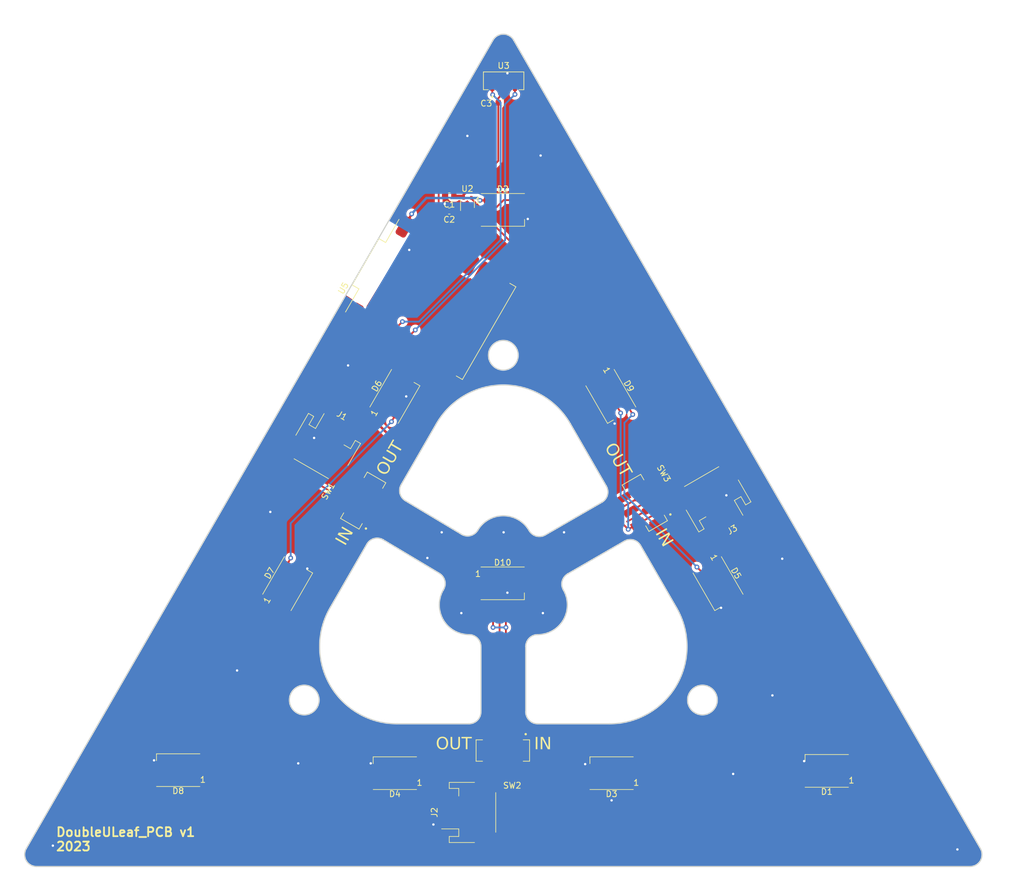
<source format=kicad_pcb>
(kicad_pcb (version 20221018) (generator pcbnew)
  (layers (0 "F.Cu" signal) (31 "B.Cu" signal) (34 "B.Paste" user) (35 "F.Paste" user) (36 "B.SilkS" user "B.Silkscreen") (37 "F.SilkS" user "F.Silkscreen") (38 "B.Mask" user) (39 "F.Mask" user) (44 "Edge.Cuts" user))
  (net 0 "")
  (net 1 "GND")
  (net 2 "DIN")
  (net 3 "+5V")
  (net 4 "Net-(D1-DOUT)")
  (net 5 "Net-(D2-DOUT)")
  (net 6 "DOUT")
  (net 7 "Net-(D5-DOUT)")
  (net 8 "Net-(D6-DOUT)")
  (net 9 "+3V3")
  (net 10 "ESP_DOUT")
  (net 11 "SDA")
  (net 12 "SCL")
  (net 13 "Net-(D7-DOUT)")
  (net 14 "Net-(D10-DIN)")
  (net 25 "Net-(D1-DIN)")
  (net 26 "Net-(D3-DIN)")
  (net 27 "Net-(D4-DIN)")
  (net 28 "Net-(J1-Pin_3)")
  (net 29 "Net-(J2-Pin_3)")
  (net 30 "Net-(J3-Pin_3)")
  (footprint "Connector_JST:JST_PH_S3B-PH-SM4-TB_1x03-1MP_P2.00mm_Horizontal" (layer "F.Cu") (at 114.681 89.281 -30)
    (fp_text reference "J1" (at 0 -5.8 150) (layer "F.SilkS"))
    (fp_text value "JST PH S3B PH SM4 TB")
    (pad "1" smd roundrect (at -2 -2.85 330) (size 1 3.5) (layers "F.Cu" "F.Paste" "F.Mask") (net 1 "GND"))
    (pad "2" smd roundrect (at 0 -2.85 330) (size 1 3.5) (layers "F.Cu" "F.Paste" "F.Mask") (net 3 "+5V"))
    (pad "3" smd roundrect (at 2 -2.85 330) (size 1 3.5) (layers "F.Cu" "F.Paste" "F.Mask") (net 28 "Net-(J1-Pin_3)"))
    (pad "MP" smd roundrect (at -4.35 2.9 330) (size 1.5 3.4) (layers "F.Cu" "F.Paste" "F.Mask") (roundrect_rratio 0.1666673333) (net 1 "GND"))
    (pad "MP" smd roundrect (at 4.35 2.9 330) (size 1.5 3.4) (layers "F.Cu" "F.Paste" "F.Mask") (roundrect_rratio 0.1666673333) (net 1 "GND"))
  )
  (footprint "LED_SMD:LED_WS2812B_PLCC4_5.0x5.0mm_P3.2mm" (layer "F.Cu") (at 90.043 143.891 180)
    (fp_text reference "D8" (at 0 -3.5 180) (layer "F.SilkS"))
    (fp_text value "WS2812B")
    (fp_text user "1" (at -4.15 -1.6 180) (layer "F.SilkS"))
    (pad "1" smd rect (at -2.45 -1.6 180) (size 1.5 1) (layers "F.Cu" "F.Paste" "F.Mask") (net 3 "+5V"))
    (pad "2" smd rect (at -2.45 1.6 180) (size 1.5 1) (layers "F.Cu" "F.Paste" "F.Mask") (net 27 "Net-(D4-DIN)"))
    (pad "3" smd rect (at 2.45 1.6 180) (size 1.5 1) (layers "F.Cu" "F.Paste" "F.Mask") (net 1 "GND"))
    (pad "4" smd rect (at 2.45 -1.6 180) (size 1.5 1) (layers "F.Cu" "F.Paste" "F.Mask") (net 13 "Net-(D7-DOUT)"))
  )
  (footprint "LED_SMD:LED_WS2812B_PLCC4_5.0x5.0mm_P3.2mm" (layer "F.Cu") (at 144.616 112.471)
    (fp_text reference "D10" (at 0 -3.5) (layer "F.SilkS"))
    (fp_text value "WS2812B")
    (fp_text user "1" (at -4.15 -1.6) (layer "F.SilkS"))
    (pad "1" smd rect (at -2.45 -1.6) (size 1.5 1) (layers "F.Cu" "F.Paste" "F.Mask") (net 3 "+5V"))
    (pad "2" smd rect (at -2.45 1.6) (size 1.5 1) (layers "F.Cu" "F.Paste" "F.Mask") (net 6 "DOUT"))
    (pad "3" smd rect (at 2.45 1.6) (size 1.5 1) (layers "F.Cu" "F.Paste" "F.Mask") (net 1 "GND"))
    (pad "4" smd rect (at 2.45 -1.6) (size 1.5 1) (layers "F.Cu" "F.Paste" "F.Mask") (net 14 "Net-(D10-DIN)"))
  )
  (footprint "Sensor:XDCR_VEML7700-TT" (layer "F.Cu") (at 144.78 27.94 90)
    (fp_text reference "U3" (at 2.54 0 180) (layer "F.SilkS"))
    (fp_text value "VEML7700-TT")
    (pad "1" smd rect (at -0.9 -1.905 90) (size 1.6 0.7) (layers "F.Cu" "F.Paste" "F.Mask") (net 11 "SDA"))
    (pad "2" smd rect (at -0.9 -0.635 90) (size 1.6 0.7) (layers "F.Cu" "F.Paste" "F.Mask") (net 9 "+3V3"))
    (pad "3" smd rect (at -0.9 0.635 90) (size 1.6 0.7) (layers "F.Cu" "F.Paste" "F.Mask") (net 1 "GND"))
    (pad "4" smd rect (at -0.9 1.905 90) (size 1.6 0.7) (layers "F.Cu" "F.Paste" "F.Mask") (net 12 "SCL"))
  )
  (footprint "Connector_JST:JST_PH_S3B-PH-SM4-TB_1x03-1MP_P2.00mm_Horizontal" (layer "F.Cu") (at 180.34 98.425 -150)
    (fp_text reference "J3" (at 0 -5.8 30) (layer "F.SilkS"))
    (fp_text value "JST PH S3B PH SM4 TB")
    (pad "1" smd roundrect (at -2 -2.85 210) (size 1 3.5) (layers "F.Cu" "F.Paste" "F.Mask") (net 1 "GND"))
    (pad "2" smd roundrect (at 0 -2.85 210) (size 1 3.5) (layers "F.Cu" "F.Paste" "F.Mask") (net 3 "+5V"))
    (pad "3" smd roundrect (at 2 -2.85 210) (size 1 3.5) (layers "F.Cu" "F.Paste" "F.Mask") (net 30 "Net-(J3-Pin_3)"))
    (pad "MP" smd roundrect (at -4.35 2.9 210) (size 1.5 3.4) (layers "F.Cu" "F.Paste" "F.Mask") (roundrect_rratio 0.1666673333) (net 1 "GND"))
    (pad "MP" smd roundrect (at 4.35 2.9 210) (size 1.5 3.4) (layers "F.Cu" "F.Paste" "F.Mask") (roundrect_rratio 0.1666673333) (net 1 "GND"))
  )
  (footprint "Capacitor_SMD:C_0603_1608Metric" (layer "F.Cu") (at 144.653 31.623)
    (fp_text reference "C3" (at -2.794 0.127) (layer "F.SilkS"))
    (fp_text value "100nF")
    (pad "1" smd roundrect (at -0.775 0) (size 0.9 0.95) (layers "F.Cu" "F.Paste" "F.Mask") (net 9 "+3V3"))
    (pad "2" smd roundrect (at 0.775 0) (size 0.9 0.95) (layers "F.Cu" "F.Paste" "F.Mask") (net 1 "GND"))
  )
  (footprint "Capacitor_SMD:C_0603_1608Metric" (layer "F.Cu") (at 135.636 49.85 180)
    (fp_text reference "C2" (at 0 -1.43 180) (layer "F.SilkS"))
    (fp_text value "100nF")
    (pad "1" smd roundrect (at -0.775 0 180) (size 0.9 0.95) (layers "F.Cu" "F.Paste" "F.Mask") (net 9 "+3V3"))
    (pad "2" smd roundrect (at 0.775 0 180) (size 0.9 0.95) (layers "F.Cu" "F.Paste" "F.Mask") (net 1 "GND"))
  )
  (footprint "LED_SMD:LED_WS2812B_PLCC4_5.0x5.0mm_P3.2mm" (layer "F.Cu") (at 180.848 112.522 -60)
    (fp_text reference "D5" (at 0 -3.5 -60) (layer "F.SilkS"))
    (fp_text value "WS2812B")
    (fp_text user "1" (at -4.15 -1.6 -60) (layer "F.SilkS"))
    (pad "1" smd rect (at -2.45 -1.6 300) (size 1.5 1) (layers "F.Cu" "F.Paste" "F.Mask") (net 3 "+5V"))
    (pad "2" smd rect (at -2.45 1.6 300) (size 1.5 1) (layers "F.Cu" "F.Paste" "F.Mask") (net 7 "Net-(D5-DOUT)"))
    (pad "3" smd rect (at 2.45 1.6 300) (size 1.5 1) (layers "F.Cu" "F.Paste" "F.Mask") (net 1 "GND"))
    (pad "4" smd rect (at 2.45 -1.6 300) (size 1.5 1) (layers "F.Cu" "F.Paste" "F.Mask") (net 4 "Net-(D1-DOUT)"))
  )
  (footprint "LED_SMD:LED_WS2812B_PLCC4_5.0x5.0mm_P3.2mm" (layer "F.Cu") (at 162.814 81.026 -60)
    (fp_text reference "D9" (at 0 -3.5 -60) (layer "F.SilkS"))
    (fp_text value "WS2812B")
    (fp_text user "1" (at -4.15 -1.6 -60) (layer "F.SilkS"))
    (pad "1" smd rect (at -2.45 -1.6 300) (size 1.5 1) (layers "F.Cu" "F.Paste" "F.Mask") (net 3 "+5V"))
    (pad "2" smd rect (at -2.45 1.6 300) (size 1.5 1) (layers "F.Cu" "F.Paste" "F.Mask") (net 14 "Net-(D10-DIN)"))
    (pad "3" smd rect (at 2.45 1.6 300) (size 1.5 1) (layers "F.Cu" "F.Paste" "F.Mask") (net 1 "GND"))
    (pad "4" smd rect (at 2.45 -1.6 300) (size 1.5 1) (layers "F.Cu" "F.Paste" "F.Mask") (net 7 "Net-(D5-DOUT)"))
  )
  (footprint "LED_SMD:LED_WS2812B_PLCC4_5.0x5.0mm_P3.2mm" (layer "F.Cu") (at 108.458 112.522 60)
    (fp_text reference "D7" (at 0 -3.5 60) (layer "F.SilkS"))
    (fp_text value "WS2812B")
    (fp_text user "1" (at -4.15 -1.6 60) (layer "F.SilkS"))
    (pad "1" smd rect (at -2.45 -1.6 60) (size 1.5 1) (layers "F.Cu" "F.Paste" "F.Mask") (net 3 "+5V"))
    (pad "2" smd rect (at -2.45 1.6 60) (size 1.5 1) (layers "F.Cu" "F.Paste" "F.Mask") (net 13 "Net-(D7-DOUT)"))
    (pad "3" smd rect (at 2.45 1.6 60) (size 1.5 1) (layers "F.Cu" "F.Paste" "F.Mask") (net 1 "GND"))
    (pad "4" smd rect (at 2.45 -1.6 60) (size 1.5 1) (layers "F.Cu" "F.Paste" "F.Mask") (net 8 "Net-(D6-DOUT)"))
  )
  (footprint "LED_SMD:LED_WS2812B_PLCC4_5.0x5.0mm_P3.2mm" (layer "F.Cu") (at 126.492 81.026 60)
    (fp_text reference "D6" (at 0 -3.5 60) (layer "F.SilkS"))
    (fp_text value "WS2812B")
    (fp_text user "1" (at -4.15 -1.6 60) (layer "F.SilkS"))
    (pad "1" smd rect (at -2.45 -1.6 60) (size 1.5 1) (layers "F.Cu" "F.Paste" "F.Mask") (net 3 "+5V"))
    (pad "2" smd rect (at -2.45 1.6 60) (size 1.5 1) (layers "F.Cu" "F.Paste" "F.Mask") (net 8 "Net-(D6-DOUT)"))
    (pad "3" smd rect (at 2.45 1.6 60) (size 1.5 1) (layers "F.Cu" "F.Paste" "F.Mask") (net 1 "GND"))
    (pad "4" smd rect (at 2.45 -1.6 60) (size 1.5 1) (layers "F.Cu" "F.Paste" "F.Mask") (net 5 "Net-(D2-DOUT)"))
  )
  (footprint "LED_SMD:LED_WS2812B_PLCC4_5.0x5.0mm_P3.2mm" (layer "F.Cu") (at 199.136 144.018 180)
    (fp_text reference "D1" (at 0 -3.5 180) (layer "F.SilkS"))
    (fp_text value "WS2812B")
    (fp_text user "1" (at -4.15 -1.6 180) (layer "F.SilkS"))
    (pad "1" smd rect (at -2.45 -1.6 180) (size 1.5 1) (layers "F.Cu" "F.Paste" "F.Mask") (net 3 "+5V"))
    (pad "2" smd rect (at -2.45 1.6 180) (size 1.5 1) (layers "F.Cu" "F.Paste" "F.Mask") (net 4 "Net-(D1-DOUT)"))
    (pad "3" smd rect (at 2.45 1.6 180) (size 1.5 1) (layers "F.Cu" "F.Paste" "F.Mask") (net 1 "GND"))
    (pad "4" smd rect (at 2.45 -1.6 180) (size 1.5 1) (layers "F.Cu" "F.Paste" "F.Mask") (net 25 "Net-(D1-DIN)"))
  )
  (footprint "LED_SMD:LED_WS2812B_PLCC4_5.0x5.0mm_P3.2mm" (layer "F.Cu") (at 144.653 49.657)
    (fp_text reference "D2" (at 0 -3.5) (layer "F.SilkS"))
    (fp_text value "WS2812B")
    (fp_text user "1" (at -4.15 -1.6) (layer "F.SilkS"))
    (pad "1" smd rect (at -2.45 -1.6) (size 1.5 1) (layers "F.Cu" "F.Paste" "F.Mask") (net 3 "+5V"))
    (pad "2" smd rect (at -2.45 1.6) (size 1.5 1) (layers "F.Cu" "F.Paste" "F.Mask") (net 5 "Net-(D2-DOUT)"))
    (pad "3" smd rect (at 2.45 1.6) (size 1.5 1) (layers "F.Cu" "F.Paste" "F.Mask") (net 1 "GND"))
    (pad "4" smd rect (at 2.45 -1.6) (size 1.5 1) (layers "F.Cu" "F.Paste" "F.Mask") (net 2 "DIN"))
  )
  (footprint "Button_Switch_SMD:SW_DPDT_CK_JS202011SCQN" (layer "F.Cu") (at 144.653 140.589 180)
    (fp_text reference "SW2" (at -1.575 -5.885) (layer "F.SilkS"))
    (fp_text value "Mss22d18")
    (pad "1" smd rect (at -2.5 2.75 180) (size 1.2 2.5) (layers "F.Cu" "F.Paste" "F.Mask") (net 2 "DIN"))
    (pad "2" smd rect (at 0 2.75 180) (size 1.2 2.5) (layers "F.Cu" "F.Paste" "F.Mask") (net 29 "Net-(J2-Pin_3)"))
    (pad "3" smd rect (at 2.5 2.75 180) (size 1.2 2.5) (layers "F.Cu" "F.Paste" "F.Mask") (net 6 "DOUT"))
    (pad "4" smd rect (at -2.5 -2.75 180) (size 1.2 2.5) (layers "F.Cu" "F.Paste" "F.Mask") (net 2 "DIN"))
    (pad "5" smd rect (at 0 -2.75 180) (size 1.2 2.5) (layers "F.Cu" "F.Paste" "F.Mask") (net 29 "Net-(J2-Pin_3)"))
    (pad "6" smd rect (at 2.5 -2.75 180) (size 1.2 2.5) (layers "F.Cu" "F.Paste" "F.Mask") (net 6 "DOUT"))
  )
  (footprint "Espressif:MODULE_ESP32-C3_SUPERMINI_1" (layer "F.Cu") (at 132.515917 64.714 60)
    (fp_text reference "U5" (at -5.715 -13.6525 60) (layer "F.SilkS"))
    (fp_text value "ESP32-C3_SUPERMINI")
    (pad "0" smd roundrect (at 8.382 7.88 60) (size 3.4925 1.905) (layers "F.Cu" "F.Paste" "F.Mask"))
    (pad "1" smd roundrect (at 8.382 5.34 60) (size 3.4925 1.905) (layers "F.Cu" "F.Paste" "F.Mask"))
    (pad "2" smd roundrect (at 8.382 2.8 60) (size 3.4925 1.905) (layers "F.Cu" "F.Paste" "F.Mask") (net 10 "ESP_DOUT"))
    (pad "3" smd roundrect (at 8.382 0.26 60) (size 3.4925 1.905) (layers "F.Cu" "F.Paste" "F.Mask"))
    (pad "3.3" smd roundrect (at 8.382 -4.82 60) (size 3.4925 1.905) (layers "F.Cu" "F.Paste" "F.Mask") (net 9 "+3V3"))
    (pad "4" smd roundrect (at 8.382 -2.28 60) (size 3.4925 1.905) (layers "F.Cu" "F.Paste" "F.Mask"))
    (pad "5" smd roundrect (at -8.41375 -9.9 60) (size 3.4925 1.905) (layers "F.Cu" "F.Paste" "F.Mask"))
    (pad "5V" smd roundrect (at 8.382 -9.9 60) (size 3.4925 1.905) (layers "F.Cu" "F.Paste" "F.Mask") (net 3 "+5V"))
    (pad "6" smd roundrect (at -8.382 -7.36 60) (size 3.4925 1.905) (layers "F.Cu" "F.Paste" "F.Mask"))
    (pad "7" smd roundrect (at -8.382 -4.82 60) (size 3.4925 1.905) (layers "F.Cu" "F.Paste" "F.Mask"))
    (pad "8" smd roundrect (at -8.382 -2.28 60) (size 3.4925 1.905) (layers "F.Cu" "F.Paste" "F.Mask") (net 11 "SDA"))
    (pad "9" smd roundrect (at -8.382 0.26 60) (size 3.4925 1.905) (layers "F.Cu" "F.Paste" "F.Mask") (net 12 "SCL"))
    (pad "10" smd roundrect (at -8.382 2.8 60) (size 3.4925 1.905) (layers "F.Cu" "F.Paste" "F.Mask"))
    (pad "20" smd roundrect (at -8.382 5.34 60) (size 3.4925 1.905) (layers "F.Cu" "F.Paste" "F.Mask"))
    (pad "21" smd roundrect (at -8.382 7.88 60) (size 3.4925 1.905) (layers "F.Cu" "F.Paste" "F.Mask"))
    (pad "G" smd roundrect (at 8.382 -7.36 60) (size 3.4925 1.905) (layers "F.Cu" "F.Paste" "F.Mask") (net 1 "GND"))
  )
  (footprint "Button_Switch_SMD:SW_DPDT_CK_JS202011SCQN" (layer "F.Cu") (at 121.158 98.552 60)
    (fp_text reference "SW1" (at -1.575 -5.885 60) (layer "F.SilkS"))
    (fp_text value "Mss22d18")
    (pad "1" smd rect (at -2.5 2.75 60) (size 1.2 2.5) (layers "F.Cu" "F.Paste" "F.Mask") (net 2 "DIN"))
    (pad "2" smd rect (at 0 2.75 60) (size 1.2 2.5) (layers "F.Cu" "F.Paste" "F.Mask") (net 28 "Net-(J1-Pin_3)"))
    (pad "3" smd rect (at 2.5 2.75 60) (size 1.2 2.5) (layers "F.Cu" "F.Paste" "F.Mask") (net 6 "DOUT"))
    (pad "4" smd rect (at -2.5 -2.75 60) (size 1.2 2.5) (layers "F.Cu" "F.Paste" "F.Mask") (net 2 "DIN"))
    (pad "5" smd rect (at 0 -2.75 60) (size 1.2 2.5) (layers "F.Cu" "F.Paste" "F.Mask") (net 28 "Net-(J1-Pin_3)"))
    (pad "6" smd rect (at 2.5 -2.75 60) (size 1.2 2.5) (layers "F.Cu" "F.Paste" "F.Mask") (net 6 "DOUT"))
  )
  (footprint "Package_TO_SOT_SMD:SOT-353_SC-70-5" (layer "F.Cu") (at 138.699 48.58 90)
    (fp_text reference "U2" (at 2.479 -0.015) (layer "F.SilkS"))
    (fp_text value "SN74AUP1T34DCK")
    (pad "1" smd rect (at -0.95 -0.65 90) (size 0.65 0.4) (layers "F.Cu" "F.Paste" "F.Mask") (net 9 "+3V3"))
    (pad "2" smd rect (at -0.95 0 90) (size 0.65 0.4) (layers "F.Cu" "F.Paste" "F.Mask") (net 10 "ESP_DOUT"))
    (pad "3" smd rect (at -0.95 0.65 90) (size 0.65 0.4) (layers "F.Cu" "F.Paste" "F.Mask") (net 1 "GND"))
    (pad "4" smd rect (at 0.95 0.65 90) (size 0.65 0.4) (layers "F.Cu" "F.Paste" "F.Mask") (net 2 "DIN"))
    (pad "5" smd rect (at 0.95 -0.65 90) (size 0.65 0.4) (layers "F.Cu" "F.Paste" "F.Mask") (net 3 "+5V"))
  )
  (footprint "Connector_JST:JST_PH_S3B-PH-SM4-TB_1x03-1MP_P2.00mm_Horizontal" (layer "F.Cu") (at 138.946 151.003 90)
    (fp_text reference "J2" (at 0 -5.8 90) (layer "F.SilkS"))
    (fp_text value "JST PH S3B PH SM4 TB")
    (pad "1" smd roundrect (at -2 -2.85 90) (size 1 3.5) (layers "F.Cu" "F.Paste" "F.Mask") (net 1 "GND"))
    (pad "2" smd roundrect (at 0 -2.85 90) (size 1 3.5) (layers "F.Cu" "F.Paste" "F.Mask") (net 3 "+5V"))
    (pad "3" smd roundrect (at 2 -2.85 90) (size 1 3.5) (layers "F.Cu" "F.Paste" "F.Mask") (net 29 "Net-(J2-Pin_3)"))
    (pad "MP" smd roundrect (at -4.35 2.9 90) (size 1.5 3.4) (layers "F.Cu" "F.Paste" "F.Mask") (roundrect_rratio 0.1666673333) (net 1 "GND"))
    (pad "MP" smd roundrect (at 4.35 2.9 90) (size 1.5 3.4) (layers "F.Cu" "F.Paste" "F.Mask") (roundrect_rratio 0.1666673333) (net 1 "GND"))
  )
  (footprint "LED_SMD:LED_WS2812B_PLCC4_5.0x5.0mm_P3.2mm" (layer "F.Cu") (at 126.492 144.399 180)
    (fp_text reference "D4" (at 0 -3.5 180) (layer "F.SilkS"))
    (fp_text value "WS2812B")
    (fp_text user "1" (at -4.15 -1.6 180) (layer "F.SilkS"))
    (pad "1" smd rect (at -2.45 -1.6 180) (size 1.5 1) (layers "F.Cu" "F.Paste" "F.Mask") (net 3 "+5V"))
    (pad "2" smd rect (at -2.45 1.6 180) (size 1.5 1) (layers "F.Cu" "F.Paste" "F.Mask") (net 26 "Net-(D3-DIN)"))
    (pad "3" smd rect (at 2.45 1.6 180) (size 1.5 1) (layers "F.Cu" "F.Paste" "F.Mask") (net 1 "GND"))
    (pad "4" smd rect (at 2.45 -1.6 180) (size 1.5 1) (layers "F.Cu" "F.Paste" "F.Mask") (net 27 "Net-(D4-DIN)"))
  )
  (footprint "Button_Switch_SMD:SW_DPDT_CK_JS202011SCQN" (layer "F.Cu") (at 168.529 98.933 120)
    (fp_text reference "SW3" (at 2.701924 5.226131 120) (layer "F.SilkS"))
    (fp_text value "Mss22d18")
    (pad "1" smd rect (at -2.5 2.75 120) (size 1.2 2.5) (layers "F.Cu" "F.Paste" "F.Mask") (net 2 "DIN"))
    (pad "2" smd rect (at 0 2.75 120) (size 1.2 2.5) (layers "F.Cu" "F.Paste" "F.Mask") (net 30 "Net-(J3-Pin_3)"))
    (pad "3" smd rect (at 2.5 2.75 120) (size 1.2 2.5) (layers "F.Cu" "F.Paste" "F.Mask") (net 6 "DOUT"))
    (pad "4" smd rect (at -2.5 -2.75 120) (size 1.2 2.5) (layers "F.Cu" "F.Paste" "F.Mask") (net 2 "DIN"))
    (pad "5" smd rect (at 0 -2.75 120) (size 1.2 2.5) (layers "F.Cu" "F.Paste" "F.Mask") (net 30 "Net-(J3-Pin_3)"))
    (pad "6" smd rect (at 2.5 -2.75 120) (size 1.2 2.5) (layers "F.Cu" "F.Paste" "F.Mask") (net 6 "DOUT"))
  )
  (footprint "Capacitor_SMD:C_0603_1608Metric" (layer "F.Cu") (at 135.636 47.31 180)
    (fp_text reference "C1" (at 0 -1.43 180) (layer "F.SilkS"))
    (fp_text value "100nF")
    (pad "1" smd roundrect (at -0.775 0 180) (size 0.9 0.95) (layers "F.Cu" "F.Paste" "F.Mask") (net 3 "+5V"))
    (pad "2" smd roundrect (at 0.775 0 180) (size 0.9 0.95) (layers "F.Cu" "F.Paste" "F.Mask") (net 1 "GND"))
  )
  (footprint "LED_SMD:LED_WS2812B_PLCC4_5.0x5.0mm_P3.2mm" (layer "F.Cu") (at 162.941 144.399 180)
    (fp_text reference "D3" (at 0 -3.5 180) (layer "F.SilkS"))
    (fp_text value "WS2812B")
    (fp_text user "1" (at -4.15 -1.6 180) (layer "F.SilkS"))
    (pad "1" smd rect (at -2.45 -1.6 180) (size 1.5 1) (layers "F.Cu" "F.Paste" "F.Mask") (net 3 "+5V"))
    (pad "2" smd rect (at -2.45 1.6 180) (size 1.5 1) (layers "F.Cu" "F.Paste" "F.Mask") (net 25 "Net-(D1-DIN)"))
    (pad "3" smd rect (at 2.45 1.6 180) (size 1.5 1) (layers "F.Cu" "F.Paste" "F.Mask") (net 1 "GND"))
    (pad "4" smd rect (at 2.45 -1.6 180) (size 1.5 1) (layers "F.Cu" "F.Paste" "F.Mask") (net 26 "Net-(D3-DIN)"))
  )
  (gr_arc (start 138.962736 121.094358) (mid 140.37695 121.680144) (end 140.962736 123.094358) (stroke (width 0.2)) (layer "Edge.Cuts"))
  (gr_line (start 148.501738 123.094358) (end 148.501738 134.094358) (stroke (width 0.2)) (layer "Edge.Cuts"))
  (gr_arc (start 154.831865 113.594358) (mid 154.831865 118.594358) (end 150.501738 121.094358) (stroke (width 0.2)) (layer "Edge.Cuts"))
  (gr_line (start 162.052745 96.101289) (end 155.990567 85.601289) (stroke (width 0.2)) (layer "Edge.Cuts"))
  (gr_line (start 155.563916 110.862307) (end 165.090195 105.362307) (stroke (width 0.2)) (layer "Edge.Cuts"))
  (gr_arc (start 140.962736 134.094358) (mid 140.376949 135.508571) (end 138.962736 136.094358) (stroke (width 0.2)) (layer "Edge.Cuts"))
  (gr_arc (start 165.090195 105.362307) (mid 166.607833 105.162506) (end 167.822246 106.094358) (stroke (width 0.2)) (layer "Edge.Cuts"))
  (gr_arc (start 121.778065 105.859081) (mid 123.00707 104.923379) (end 124.53614 105.142319) (stroke (width 0.2)) (layer "Edge.Cuts"))
  (gr_arc (start 151.794415 104.333339) (mid 150.276777 104.53314) (end 149.062364 103.601289) (stroke (width 0.2)) (layer "Edge.Cuts"))
  (gr_arc (start 138.962736 121.094358) (mid 134.632609 118.594358) (end 134.632609 113.594358) (stroke (width 0.2)) (layer "Edge.Cuts"))
  (gr_line (start 133.979408 110.786099) (end 124.53614 105.142319) (stroke (width 0.2)) (layer "Edge.Cuts"))
  (gr_arc (start 126.83838 136.094358) (mid 115.58005 129.594358) (end 115.58005 116.594358) (stroke (width 0.2)) (layer "Edge.Cuts"))
  (gr_line (start 126.83838 136.094358) (end 138.962736 136.094358) (stroke (width 0.2)) (layer "Edge.Cuts"))
  (gr_arc (start 66.216602 160.094358) (mid 64.484551 159.094358) (end 64.484551 157.094358) (stroke (width 0.2)) (layer "Edge.Cuts"))
  (gr_arc (start 140.40211 103.601289) (mid 144.732237 101.101289) (end 149.062364 103.601289) (stroke (width 0.2)) (layer "Edge.Cuts"))
  (gr_arc (start 140.454935 103.509792) (mid 139.225931 104.445495) (end 137.69686 104.226554) (stroke (width 0.2)) (layer "Edge.Cuts"))
  (gr_line (start 121.778065 105.859081) (end 115.58005 116.594358) (stroke (width 0.2)) (layer "Edge.Cuts"))
  (gr_line (start 140.962736 123.094358) (end 140.962736 134.094358) (stroke (width 0.2)) (layer "Edge.Cuts"))
  (gr_line (start 150.501738 136.094358) (end 162.626094 136.094358) (stroke (width 0.2)) (layer "Edge.Cuts"))
  (gr_arc (start 128.253592 98.582774) (mid 127.343914 97.369058) (end 127.547566 95.866012) (stroke (width 0.2)) (layer "Edge.Cuts"))
  (gr_circle (center 178.219772 132.093706) (end 180.719772 132.093706) (stroke (width 0.2)) (fill none) (layer "Edge.Cuts"))
  (gr_line (start 173.884424 116.594358) (end 167.822246 106.094358) (stroke (width 0.2)) (layer "Edge.Cuts"))
  (gr_arc (start 162.052745 96.101289) (mid 162.252546 97.618927) (end 161.320694 98.833339) (stroke (width 0.2)) (layer "Edge.Cuts"))
  (gr_arc (start 143.000186 21.101289) (mid 144.732237 20.101289) (end 146.464288 21.101289) (stroke (width 0.2)) (layer "Edge.Cuts"))
  (gr_arc (start 224.979923 157.094358) (mid 224.979923 159.094358) (end 223.247872 160.094358) (stroke (width 0.2)) (layer "Edge.Cuts"))
  (gr_arc (start 150.501738 136.094358) (mid 149.087524 135.508572) (end 148.501738 134.094358) (stroke (width 0.2)) (layer "Edge.Cuts"))
  (gr_line (start 151.794415 104.333339) (end 161.320694 98.833339) (stroke (width 0.2)) (layer "Edge.Cuts"))
  (gr_line (start 223.247872 160.094358) (end 66.216602 160.094358) (stroke (width 0.2)) (layer "Edge.Cuts"))
  (gr_arc (start 154.831865 113.594358) (mid 154.632064 112.07672) (end 155.563916 110.862307) (stroke (width 0.2)) (layer "Edge.Cuts"))
  (gr_arc (start 133.979408 110.786099) (mid 134.889086 111.999815) (end 134.685434 113.502861) (stroke (width 0.2)) (layer "Edge.Cuts"))
  (gr_circle (center 111.244165 132.096439) (end 113.744165 132.096439) (stroke (width 0.2)) (fill none) (layer "Edge.Cuts"))
  (gr_line (start 64.484551 157.094358) (end 143.000186 21.101289) (stroke (width 0.2)) (layer "Edge.Cuts"))
  (gr_line (start 134.685434 113.502861) (end 134.632609 113.594358) (stroke (width 0.2)) (layer "Edge.Cuts"))
  (gr_arc (start 133.473907 85.601289) (mid 144.732237 79.101289) (end 155.990567 85.601289) (stroke (width 0.2)) (layer "Edge.Cuts"))
  (gr_arc (start 173.884424 116.594358) (mid 173.884424 129.594358) (end 162.626094 136.094358) (stroke (width 0.2)) (layer "Edge.Cuts"))
  (gr_line (start 140.40211 103.601289) (end 140.454935 103.509792) (stroke (width 0.2)) (layer "Edge.Cuts"))
  (gr_line (start 133.473907 85.601289) (end 127.547566 95.866012) (stroke (width 0.2)) (layer "Edge.Cuts"))
  (gr_line (start 146.464288 21.101289) (end 224.979923 157.094358) (stroke (width 0.2)) (layer "Edge.Cuts"))
  (gr_circle (center 144.727662 74.101817) (end 147.227662 74.101817) (stroke (width 0.2)) (fill none) (layer "Edge.Cuts"))
  (gr_line (start 128.253592 98.582774) (end 137.69686 104.226554) (stroke (width 0.2)) (layer "Edge.Cuts"))
  (gr_arc (start 148.501738 123.094358) (mid 149.087524 121.680144) (end 150.501738 121.094358) (stroke (width 0.2)) (layer "Edge.Cuts"))
  (gr_text "OUT" (at 126.746 92.075 60) (layer "F.SilkS") (effects (font (size 2.032 2.032)) (justify bottom)))
  (gr_text "IN" (at 151.384 140.716) (layer "F.SilkS") (effects (font (size 2.032 2.032)) (justify bottom)))
  (gr_text "OUT" (at 162.941 92.329 300) (layer "F.SilkS") (effects (font (size 2.032 2.032)) (justify bottom)))
  (gr_text "IN" (at 170.688 105.41 300) (layer "F.SilkS") (effects (font (size 2.032 2.032)) (justify bottom)))
  (gr_text "IN" (at 119.126 105.156 60) (layer "F.SilkS") (effects (font (size 2.032 2.032)) (justify bottom)))
  (gr_text "OUT" (at 136.398 140.716) (layer "F.SilkS") (effects (font (size 2.032 2.032)) (justify bottom)))
  (gr_text "DoubleULeaf_PCB v1\n2023" (at 69.3674 157.607) (layer "F.SilkS") (effects (font (size 1.5 1.5) (thickness 0.3) bold) (justify left bottom)))
  (segment (start 134.874 49.837) (end 134.861 49.85) (width 0.4064) (layer "F.Cu") (net 1))
  (segment (start 133.001 153.003) (end 132.969 153.035) (width 0.3048) (layer "F.Cu") (net 1))
  (segment (start 145.428 31.623) (end 145.415 31.61) (width 0.4064) (layer "F.Cu") (net 1))
  (segment (start 145.415 28.84) (end 145.415 26.67) (width 0.4064) (layer "F.Cu") (net 1))
  (segment (start 114.373949 85.812828) (end 112.903 88.011) (width 0.3048) (layer "F.Cu") (net 1))
  (segment (start 160.491 142.799) (end 158.572 142.799) (width 0.4064) (layer "F.Cu") (net 1))
  (segment (start 162.653359 83.947762) (end 163.449 85.598) (width 0.4064) (layer "F.Cu") (net 1))
  (segment (start 130.33297 53.774975) (end 128.905 56.388) (width 0.4064) (layer "F.Cu") (net 1))
  (segment (start 196.686 142.418) (end 195.377 142.418) (width 0.4064) (layer "F.Cu") (net 1))
  (segment (start 110.814641 111.200238) (end 111.111942 111.225238) (width 0.4064) (layer "F.Cu") (net 1))
  (segment (start 87.593 142.291) (end 86.03 142.291) (width 0.4064) (layer "F.Cu") (net 1))
  (segment (start 122.479 142.799) (end 122.428 142.748) (width 0.4064) (layer "F.Cu") (net 1))
  (segment (start 147.103 51.257) (end 148.768 51.257) (width 0.4064) (layer "F.Cu") (net 1))
  (segment (start 183.497051 99.893172) (end 182.245 97.663) (width 0.3048) (layer "F.Cu") (net 1))
  (segment (start 124.042 142.799) (end 122.479 142.799) (width 0.4064) (layer "F.Cu") (net 1))
  (segment (start 134.874 48.643) (end 134.874 47.323) (width 0.4064) (layer "F.Cu") (net 1))
  (segment (start 134.874 47.323) (end 134.861 47.31) (width 0.4064) (layer "F.Cu") (net 1))
  (segment (start 145.415 31.61) (end 145.415 28.84) (width 0.4064) (layer "F.Cu") (net 1))
  (segment (start 195.377 142.418) (end 195.326 142.367) (width 0.4064) (layer "F.Cu") (net 1))
  (segment (start 148.768 51.257) (end 148.844 51.181) (width 0.4064) (layer "F.Cu") (net 1))
  (segment (start 86.03 142.291) (end 85.979 142.24) (width 0.4064) (layer "F.Cu") (net 1))
  (segment (start 136.096 153.003) (end 133.001 153.003) (width 0.3048) (layer "F.Cu") (net 1))
  (segment (start 129.102641 79.704238) (end 128.397 81.026) (width 0.4064) (layer "F.Cu") (net 1))
  (segment (start 158.572 142.799) (end 158.496 142.875) (width 0.4064) (layer "F.Cu") (net 1))
  (segment (start 111.111942 111.225238) (end 111.76 109.982) (width 0.4064) (layer "F.Cu") (net 1))
  (segment (start 145.44 114.071) (end 145.415 114.046) (width 0.4064) (layer "F.Cu") (net 1))
  (segment (start 134.874 48.643) (end 134.874 49.837) (width 0.4064) (layer "F.Cu") (net 1))
  (segment (start 180.687359 115.443762) (end 181.356 116.586) (width 0.4064) (layer "F.Cu") (net 1))
  (segment (start 147.066 114.071) (end 145.44 114.071) (width 0.4064) (layer "F.Cu") (net 1))
  (via (at 105.537 100.457) (size 0.8) (drill 0.4) (layers "F.Cu" "B.Cu") (net 1))
  (via (at 189.992 131.318) (size 0.8) (drill 0.4) (layers "F.Cu" "B.Cu") (net 1))
  (via (at 148.844 51.181) (size 0.8) (drill 0.4) (layers "F.Cu" "B.Cu") (net 1))
  (via (at 145.415 114.046) (size 0.8) (drill 0.4) (layers "F.Cu" "B.Cu") (net 1))
  (via (at 182.245 97.663) (size 0.8) (drill 0.4) (layers "F.Cu" "B.Cu") (net 1))
  (via (at 99.949 127.127) (size 0.8) (drill 0.4) (layers "F.Cu" "B.Cu") (net 1))
  (via (at 134.874 48.643) (size 0.8) (drill 0.4) (layers "F.Cu" "B.Cu") (net 1))
  (via (at 195.326 142.367) (size 0.8) (drill 0.4) (layers "F.Cu" "B.Cu") (net 1))
  (via (at 118.618 75.819) (size 0.8) (drill 0.4) (layers "F.Cu" "B.Cu") (net 1))
  (via (at 110.236 142.748) (size 0.8) (drill 0.4) (layers "F.Cu" "B.Cu") (net 1))
  (via (at 128.397 81.026) (size 0.8) (drill 0.4) (layers "F.Cu" "B.Cu") (net 1))
  (via (at 132.969 153.035) (size 0.8) (drill 0.4) (layers "F.Cu" "B.Cu") (net 1))
  (via (at 151.003 40.513) (size 0.8) (drill 0.4) (layers "F.Cu" "B.Cu") (net 1))
  (via (at 128.905 56.388) (size 0.8) (drill 0.4) (layers "F.Cu" "B.Cu") (net 1))
  (via (at 158.496 142.875) (size 0.8) (drill 0.4) (layers "F.Cu" "B.Cu") (net 1))
  (via (at 162.941 148.971) (size 0.8) (drill 0.4) (layers "F.Cu" "B.Cu") (net 1))
  (via (at 191.643 108.331) (size 0.8) (drill 0.4) (layers "F.Cu" "B.Cu") (net 1))
  (via (at 68.961 156.591) (size 0.8) (drill 0.4) (layers "F.Cu" "B.Cu") (net 1))
  (via (at 181.356 116.586) (size 0.8) (drill 0.4) (layers "F.Cu" "B.Cu") (net 1))
  (via (at 221.107 157.226) (size 0.8) (drill 0.4) (layers "F.Cu" "B.Cu") (net 1))
  (via (at 122.428 142.748) (size 0.8) (drill 0.4) (layers "F.Cu" "B.Cu") (net 1))
  (via (at 163.449 85.598) (size 0.8) (drill 0.4) (layers "F.Cu" "B.Cu") (net 1))
  (via (at 112.903 88.011) (size 0.8) (drill 0.4) (layers "F.Cu" "B.Cu") (net 1))
  (via (at 138.684 37.211) (size 0.8) (drill 0.4) (layers "F.Cu" "B.Cu") (net 1))
  (via (at 144.78 103.886) (size 0.8) (drill 0.4) (layers "F.Cu" "B.Cu") (net 1))
  (via (at 111.76 109.982) (size 0.8) (drill 0.4) (layers "F.Cu" "B.Cu") (net 1))
  (via (at 131.953 108.204) (size 0.8) (drill 0.4) (layers "F.Cu" "B.Cu") (net 1))
  (via (at 85.979 142.24) (size 0.8) (drill 0.4) (layers "F.Cu" "B.Cu") (net 1))
  (via (at 134.366 103.886) (size 0.8) (drill 0.4) (layers "F.Cu" "B.Cu") (net 1))
  (via (at 183.388 144.526) (size 0.8) (drill 0.4) (layers "F.Cu" "B.Cu") (net 1))
  (via (at 137.668 117.475) (size 0.8) (drill 0.4) (layers "F.Cu" "B.Cu") (net 1))
  (via (at 145.415 26.67) (size 0.8) (drill 0.4) (layers "F.Cu" "B.Cu") (net 1))
  (via (at 151.384 117.475) (size 0.8) (drill 0.4) (layers "F.Cu" "B.Cu") (net 1))
  (via (at 154.94 103.886) (size 0.8) (drill 0.4) (layers "F.Cu" "B.Cu") (net 1))
  (segment (start 147.153 137.839) (end 147.153 143.339) (width 0.3048) (layer "F.Cu") (net 2))
  (segment (start 149.608496 48.007) (end 162.2298 60.628304) (width 0.3048) (layer "F.Cu") (net 2))
  (segment (start 163.83 101.473) (end 161.798 101.473) (width 0.3048) (layer "F.Cu") (net 2))
  (segment (start 143.637 49.149) (end 140.743 49.149) (width 0.3048) (layer "F.Cu") (net 2))
  (segment (start 165.735 103.378) (end 167.39743 102.473064) (width 0.3048) (layer "F.Cu") (net 2))
  (segment (start 164.5158 83.7692) (end 164.465 83.82) (width 0.3048) (layer "F.Cu") (net 2))
  (segment (start 165.735 103.378) (end 163.83 101.473) (width 0.3048) (layer "F.Cu") (net 2))
  (segment (start 139.573 110.871) (end 139.573 113.665) (width 0.3048) (layer "F.Cu") (net 2))
  (segment (start 161.8488 76.2762) (end 161.0614 78.4098) (width 0.3048) (layer "F.Cu") (net 2))
  (segment (start 125.476 101.854) (end 139.573 110.871) (width 0.3048) (layer "F.Cu") (net 2))
  (segment (start 145.161 119.888) (end 145.161 118.11) (width 0.3048) (layer "F.Cu") (net 2))
  (segment (start 122.28957 102.092064) (end 125.476 101.854) (width 0.3048) (layer "F.Cu") (net 2))
  (segment (start 143.002 117.122263) (end 143.002 119.888) (width 0.3048) (layer "F.Cu") (net 2))
  (segment (start 167.39743 102.473064) (end 172.16057 99.723064) (width 0.3048) (layer "F.Cu") (net 2))
  (segment (start 147.153 136.739) (end 147.153 137.839) (width 0.3048) (layer "F.Cu") (net 2))
  (segment (start 147.103 48.007) (end 144.779 48.007) (width 0.3048) (layer "F.Cu") (net 2))
  (segment (start 162.2298 60.628304) (end 162.2298 75.8952) (width 0.3048) (layer "F.Cu") (net 2))
  (segment (start 144.779 48.007) (end 143.637 49.149) (width 0.3048) (layer "F.Cu") (net 2))
  (segment (start 117.52643 99.342064) (end 122.28957 102.092064) (width 0.3048) (layer "F.Cu") (net 2))
  (segment (start 161.417 78.994) (end 164.5158 83.7692) (width 0.3048) (layer "F.Cu") (net 2))
  (segment (start 161.0614 78.4098) (end 161.417 78.994) (width 0.3048) (layer "F.Cu") (net 2))
  (segment (start 140.743 49.149) (end 139.349 47.755) (width 0.3048) (layer "F.Cu") (net 2))
  (segment (start 162.2298 75.8952) (end 161.8488 76.2762) (width 0.3048) (layer "F.Cu") (net 2))
  (segment (start 147.103 48.007) (end 149.608496 48.007) (width 0.3048) (layer "F.Cu") (net 2))
  (segment (start 145.161 119.888) (end 145.161 134.747) (width 0.3048) (layer "F.Cu") (net 2))
  (segment (start 139.573 113.665) (end 143.002 117.122263) (width 0.3048) (layer "F.Cu") (net 2))
  (segment (start 145.161 118.11) (end 161.798 101.473) (width 0.3048) (layer "F.Cu") (net 2))
  (segment (start 145.161 134.747) (end 147.153 136.739) (width 0.3048) (layer "F.Cu") (net 2))
  (via (at 145.161 119.888) (size 0.8) (drill 0.4) (layers "F.Cu" "B.Cu") (net 2))
  (via (at 164.465 83.82) (size 0.8) (drill 0.4) (layers "F.Cu" "B.Cu") (net 2))
  (via (at 165.735 103.378) (size 0.8) (drill 0.4) (layers "F.Cu" "B.Cu") (net 2))
  (via (at 143.002 119.888) (size 0.8) (drill 0.4) (layers "F.Cu" "B.Cu") (net 2))
  (segment (start 165.735 98.961262) (end 164.465 97.691262) (width 0.3048) (layer "B.Cu") (net 2))
  (segment (start 143.002 119.888) (end 145.161 119.888) (width 0.3048) (layer "B.Cu") (net 2))
  (segment (start 165.735 103.378) (end 165.735 98.961262) (width 0.3048) (layer "B.Cu") (net 2))
  (segment (start 164.465 97.691262) (end 164.465 83.82) (width 0.3048) (layer "B.Cu") (net 2))
  (segment (start 140.792 48.057) (end 142.203 48.057) (width 0.4064) (layer "F.Cu") (net 3))
  (segment (start 123.825 85.852) (end 126.902779 88.929779) (width 0.4064) (layer "F.Cu") (net 3))
  (segment (start 183.388 102.743) (end 182.747241 102.621759) (width 0.4064) (layer "F.Cu") (net 3))
  (segment (start 165.391 146.049) (end 165.391 150.9914) (width 0.4064) (layer "F.Cu") (net 3))
  (segment (start 181.008641 109.600238) (end 186.436 106.299) (width 0.4064) (layer "F.Cu") (net 3))
  (segment (start 129.316721 50.322721) (end 128.133266 52.504975) (width 0.4064) (layer "F.Cu") (net 3))
  (segment (start 186.944 104.648) (end 185.213313 101.647313) (width 0.4064) (layer "F.Cu") (net 3))
  (segment (start 197.2956 147.3052) (end 198.9828 145.618) (width 0.4064) (layer "F.Cu") (net 3))
  (segment (start 201.586 145.618) (end 203.251 145.618) (width 0.4064) (layer "F.Cu") (net 3))
  (segment (start 92.493 150.9384) (end 92.5576 151.003) (width 0.4064) (layer "F.Cu") (net 3))
  (segment (start 83.4644 149.8854) (end 84.582 151.003) (width 0.4064) (layer "F.Cu") (net 3))
  (segment (start 142.203 48.007) (end 142.203 46.7752) (width 0.4064) (layer "F.Cu") (net 3))
  (segment (start 105.804058 113.818762) (end 96.453302 108.391302) (width 0.4064) (layer "F.Cu") (net 3))
  (segment (start 185.293 113.411) (end 182.57553 108.66153) (width 0.4064) (layer "F.Cu") (net 3))
  (segment (start 203.251 145.618) (end 204.216 144.653) (width 0.4064) (layer "F.Cu") (net 3))
  (segment (start 96.647 108.077) (end 111.125 81.915) (width 0.4064) (layer "F.Cu") (net 3))
  (segment (start 204.216 144.653) (end 204.216 134.112) (width 0.4064) (layer "F.Cu") (net 3))
  (segment (start 142.113 46.6852) (end 138.4808 46.6852) (width 0.4064) (layer "F.Cu") (net 3))
  (segment (start 187.706 98.679) (end 173.609 73.787) (width 0.4064) (layer "F.Cu") (net 3))
  (segment (start 138.4808 46.6852) (end 138.049 47.117) (width 0.4064) (layer "F.Cu") (net 3))
  (segment (start 187.579 100.203) (end 187.706 98.679) (width 0.4064) (layer "F.Cu") (net 3))
  (segment (start 128.9558 151.003) (end 165.3794 151.003) (width 0.4064) (layer "F.Cu") (net 3))
  (segment (start 165.3794 151.003) (end 194.283104 151.003) (width 0.4064) (layer "F.Cu") (net 3))
  (segment (start 136.411 47.31) (end 138.049 47.31) (width 0.4064) (layer "F.Cu") (net 3))
  (segment (start 123.838058 85.838942) (end 123.825 85.852) (width 0.4064) (layer "F.Cu") (net 3))
  (segment (start 138.049 47.117) (end 138.049 47.63) (width 0.4064) (layer "F.Cu") (net 3))
  (segment (start 115.308 88.033974) (end 117.348 84.709) (width 0.4064) (layer "F.Cu") (net 3))
  (segment (start 149.1488 46.6852) (end 142.113 46.6852) (width 0.4064) (layer "F.Cu") (net 3))
  (segment (start 197.2956 147.990504) (end 197.2956 147.3052) (width 0.4064) (layer "F.Cu") (net 3))
  (segment (start 126.902779 88.929779) (end 126.746 100.457) (width 0.4064) (layer "F.Cu") (net 3))
  (segment (start 173.609 73.787) (end 171.958 73.279) (width 0.4064) (layer "F.Cu") (net 3))
  (segment (start 139.573 109.093) (end 142.166 110.871) (width 0.4064) (layer "F.Cu") (net 3))
  (segment (start 142.203 46.7752) (end 142.113 46.6852) (width 0.4064) (layer "F.Cu") (net 3))
  (segment (start 126.746 100.457) (end 139.573 109.093) (width 0.4064) (layer "F.Cu") (net 3))
  (segment (start 84.582 151.003) (end 92.5576 151.003) (width 0.4064) (layer "F.Cu") (net 3))
  (segment (start 171.958 73.279) (end 163.017942 78.079238) (width 0.4064) (layer "F.Cu") (net 3))
  (segment (start 92.493 145.541) (end 92.493 150.9384) (width 0.4064) (layer "F.Cu") (net 3))
  (segment (start 185.293 115.189) (end 185.293 113.411) (width 0.4064) (layer "F.Cu") (net 3))
  (segment (start 117.348 84.709) (end 119.761 80.772) (width 0.4064) (layer "F.Cu") (net 3))
  (segment (start 165.391 150.9914) (end 165.3794 151.003) (width 0.4064) (layer "F.Cu") (net 3))
  (segment (start 123.838058 82.322762) (end 123.838058 85.838942) (width 0.4064) (layer "F.Cu") (net 3))
  (segment (start 128.9558 146.0628) (end 128.9558 151.003) (width 0.4064) (layer "F.Cu") (net 3))
  (segment (start 119.761 80.772) (end 120.65 80.518) (width 0.4064) (layer "F.Cu") (net 3))
  (segment (start 111.125 81.915) (end 112.649 81.915) (width 0.4064) (layer "F.Cu") (net 3))
  (segment (start 83.185 129.921) (end 83.4644 149.8854) (width 0.4064) (layer "F.Cu") (net 3))
  (segment (start 194.283104 151.003) (end 197.2956 147.990504) (width 0.4064) (layer "F.Cu") (net 3))
  (segment (start 138.049 47.31) (end 138.049 47.63) (width 0.4064) (layer "F.Cu") (net 3))
  (segment (start 204.216 134.112) (end 185.293 115.189) (width 0.4064) (layer "F.Cu") (net 3))
  (segment (start 162.8902 77.951496) (end 162.8902 60.4266) (width 0.4064) (layer "F.Cu") (net 3))
  (segment (start 96.647 108.077) (end 83.185 129.921) (width 0.4064) (layer "F.Cu") (net 3))
  (segment (start 92.5576 151.003) (end 128.9558 151.003) (width 0.4064) (layer "F.Cu") (net 3))
  (segment (start 186.436 106.299) (end 186.944 104.648) (width 0.4064) (layer "F.Cu") (net 3))
  (segment (start 198.9828 145.618) (end 201.586 145.618) (width 0.4064) (layer "F.Cu") (net 3))
  (segment (start 112.649 81.915) (end 117.348 84.709) (width 0.4064) (layer "F.Cu") (net 3))
  (segment (start 162.8902 60.4266) (end 149.1488 46.6852) (width 0.4064) (layer "F.Cu") (net 3))
  (segment (start 185.213313 101.647313) (end 183.388 102.743) (width 0.4064) (layer "F.Cu") (net 3))
  (segment (start 184.981725 101.796725) (end 187.579 100.203) (width 0.4064) (layer "F.Cu") (net 3))
  (segment (start 120.65 80.518) (end 123.838058 82.322762) (width 0.4064) (layer "F.Cu") (net 3))
  (segment (start 182.747241 102.621759) (end 181.765 100.893172) (width 0.4064) (layer "F.Cu") (net 3))
  (via (at 129.316721 50.322721) (size 0.8) (drill 0.4) (layers "F.Cu" "B.Cu") (net 3))
  (via (at 140.792 48.057) (size 0.8) (drill 0.4) (layers "F.Cu" "B.Cu") (net 3))
  (segment (start 129.316721 50.322721) (end 131.7942 47.6568) (width 0.4064) (layer "B.Cu") (net 3))
  (segment (start 131.7942 47.6568) (end 140.3918 47.6568) (width 0.4064) (layer "B.Cu") (net 3))
  (segment (start 140.3918 47.6568) (end 140.792 48.057) (width 0.4064) (layer "B.Cu") (net 3))
  (segment (start 183.88158 114.66658) (end 183.88158 114.1984) (width 0.3048) (layer "F.Cu") (net 4))
  (segment (start 202.818 142.368) (end 203.5302 141.6558) (width 0.3048) (layer "F.Cu") (net 4))
  (segment (start 201.586 142.368) (end 202.818 142.368) (width 0.3048) (layer "F.Cu") (net 4))
  (segment (start 203.5302 134.3152) (end 183.88158 114.66658) (width 0.3048) (layer "F.Cu") (net 4))
  (segment (start 203.5302 141.6558) (end 203.5302 134.3152) (width 0.3048) (layer "F.Cu") (net 4))
  (segment (start 134.5438 79.6036) (end 128.7018 76.6572) (width 0.3048) (layer "F.Cu") (net 5))
  (segment (start 128.7018 76.6572) (end 126.9492 76.962) (width 0.3048) (layer "F.Cu") (net 5))
  (segment (start 142.203 51.257) (end 146.05 55.104) (width 0.3048) (layer "F.Cu") (net 5))
  (segment (start 126.9492 76.962) (end 126.288058 78.079238) (width 0.3048) (layer "F.Cu") (net 5))
  (segment (start 136.144 79.248) (end 134.5438 79.6036) (width 0.3048) (layer "F.Cu") (net 5))
  (segment (start 146.05 55.104) (end 146.05 61.722) (width 0.3048) (layer "F.Cu") (net 5))
  (segment (start 146.05 61.722) (end 138.811 74.803) (width 0.3048) (layer "F.Cu") (net 5))
  (segment (start 138.811 74.803) (end 136.144 79.248) (width 0.3048) (layer "F.Cu") (net 5))
  (segment (start 142.166 114.071) (end 143.104 114.071) (width 0.3048) (layer "F.Cu") (net 6))
  (segment (start 144.1006 133.650978) (end 142.153 135.598578) (width 0.3048) (layer "F.Cu") (net 6))
  (segment (start 125.857 100.965) (end 140.335 110.49) (width 0.3048) (layer "F.Cu") (net 6))
  (segment (start 140.335 110.49) (end 140.335 112.776) (width 0.3048) (layer "F.Cu") (net 6))
  (segment (start 124.78957 97.761936) (end 120.02643 95.011936) (width 0.3048) (layer "F.Cu") (net 6))
  (segment (start 143.104 114.071) (end 144.78 112.395) (width 0.3048) (layer "F.Cu") (net 6))
  (segment (start 125.603 98.933) (end 125.857 100.965) (width 0.3048) (layer "F.Cu") (net 6))
  (segment (start 142.153 135.598578) (end 142.153 137.839) (width 0.3048) (layer "F.Cu") (net 6))
  (segment (start 164.89743 98.142936) (end 169.66057 95.392936) (width 0.3048) (layer "F.Cu") (net 6))
  (segment (start 140.335 112.776) (end 141.351 113.792) (width 0.3048) (layer "F.Cu") (net 6))
  (segment (start 142.166 115.369) (end 144.1006 117.3036) (width 0.3048) (layer "F.Cu") (net 6))
  (segment (start 144.78 112.395) (end 150.085738 112.395) (width 0.3048) (layer "F.Cu") (net 6))
  (segment (start 144.1006 117.3036) (end 144.1006 133.650978) (width 0.3048) (layer "F.Cu") (net 6))
  (segment (start 124.78957 97.761936) (end 125.603 98.933) (width 0.3048) (layer "F.Cu") (net 6))
  (segment (start 150.085738 112.395) (end 164.337802 98.142936) (width 0.3048) (layer "F.Cu") (net 6))
  (segment (start 142.153 137.839) (end 142.153 143.339) (width 0.3048) (layer "F.Cu") (net 6))
  (segment (start 142.166 114.071) (end 142.166 115.369) (width 0.3048) (layer "F.Cu") (net 6))
  (segment (start 141.351 113.792) (end 142.166 114.071) (width 0.3048) (layer "F.Cu") (net 6))
  (segment (start 166.497 84.074) (end 165.467942 82.322762) (width 0.3048) (layer "F.Cu") (net 7))
  (segment (start 178.194058 110.630058) (end 177.292 109.728) (width 0.3048) (layer "F.Cu") (net 7))
  (via (at 177.292 109.728) (size 0.8) (drill 0.4) (layers "F.Cu" "B.Cu") (net 7))
  (via (at 166.497 84.074) (size 0.8) (drill 0.4) (layers "F.Cu" "B.Cu") (net 7))
  (segment (start 166.497 84.074) (end 165.1 85.471) (width 0.3048) (layer "B.Cu") (net 7))
  (segment (start 165.1 97.536) (end 177.292 109.728) (width 0.3048) (layer "B.Cu") (net 7))
  (segment (start 165.1 85.471) (end 165.1 97.536) (width 0.3048) (layer "B.Cu") (net 7))
  (segment (start 125.919373 85.279373) (end 126.695942 83.972762) (width 0.3048) (layer "F.Cu") (net 8))
  (segment (start 108.254058 109.575238) (end 108.966 108.204) (width 0.3048) (layer "F.Cu") (net 8))
  (via (at 125.919373 85.279373) (size 0.8) (drill 0.4) (layers "F.Cu" "B.Cu") (net 8))
  (via (at 108.966 108.204) (size 0.8) (drill 0.4) (layers "F.Cu" "B.Cu") (net 8))
  (segment (start 108.966 102.362) (end 108.966 108.204) (width 0.3048) (layer "B.Cu") (net 8))
  (segment (start 125.919373 85.279373) (end 108.966 102.362) (width 0.3048) (layer "B.Cu") (net 8))
  (segment (start 136.271 42.418) (end 142.875 42.418) (width 0.3048) (layer "F.Cu") (net 9))
  (segment (start 132.532675 55.044975) (end 136.411 51.16665) (width 0.3048) (layer "F.Cu") (net 9))
  (segment (start 133.858 44.831) (end 136.271 42.418) (width 0.3048) (layer "F.Cu") (net 9))
  (segment (start 144.145 30.612) (end 144.145 28.84) (width 0.3048) (layer "F.Cu") (net 9))
  (segment (start 137.922 49.657) (end 138.049 49.53) (width 0.3048) (layer "F.Cu") (net 9))
  (segment (start 136.411 51.16665) (end 136.411 49.918) (width 0.3048) (layer "F.Cu") (net 9))
  (segment (start 143.878 41.415) (end 143.878 30.879) (width 0.3048) (layer "F.Cu") (net 9))
  (segment (start 142.875 42.418) (end 143.878 41.415) (width 0.3048) (layer "F.Cu") (net 9))
  (segment (start 136.411 49.918) (end 136.672 49.657) (width 0.3048) (layer "F.Cu") (net 9))
  (segment (start 136.672 49.657) (end 137.922 49.657) (width 0.3048) (layer "F.Cu") (net 9))
  (segment (start 133.858 53.71965) (end 133.858 44.831) (width 0.3048) (layer "F.Cu") (net 9))
  (segment (start 143.878 30.879) (end 144.145 30.612) (width 0.3048) (layer "F.Cu") (net 9))
  (segment (start 132.532675 55.044975) (end 133.858 53.71965) (width 0.3048) (layer "F.Cu") (net 9))
  (segment (start 140.2334 56.6674) (end 139.131788 58.854975) (width 0.25) (layer "F.Cu") (net 10))
  (segment (start 138.699 53.736) (end 140.2334 56.6674) (width 0.25) (layer "F.Cu") (net 10))
  (segment (start 138.699 49.53) (end 138.699 53.736) (width 0.25) (layer "F.Cu") (net 10))
  (segment (start 142.875 28.84) (end 142.875 30.21456) (width 0.3048) (layer "F.Cu") (net 11))
  (segment (start 126.350379 69.864621) (end 127.762 68.453) (width 0.3048) (layer "F.Cu") (net 11))
  (segment (start 142.875 30.21456) (end 142.94422 30.28378) (width 0.3048) (layer "F.Cu") (net 11))
  (via (at 127.762 68.453) (size 0.8) (drill 0.4) (layers "F.Cu" "B.Cu") (net 11))
  (via (at 142.94422 30.28378) (size 0.8) (drill 0.4) (layers "F.Cu" "B.Cu") (net 11))
  (segment (start 144.272 31.61156) (end 142.94422 30.28378) (width 0.3048) (layer "B.Cu") (net 11))
  (segment (start 144.272 54.708738) (end 144.272 31.61156) (width 0.3048) (layer "B.Cu") (net 11))
  (segment (start 130.527738 68.453) (end 144.272 54.708738) (width 0.3048) (layer "B.Cu") (net 11))
  (segment (start 127.762 68.453) (end 130.527738 68.453) (width 0.3048) (layer "B.Cu") (net 11))
  (segment (start 128.550084 71.220916) (end 129.921 69.85) (width 0.3048) (layer "F.Cu") (net 12))
  (segment (start 146.685 30.226) (end 146.685 28.84) (width 0.3048) (layer "F.Cu") (net 12))
  (via (at 129.921 69.85) (size 0.8) (drill 0.4) (layers "F.Cu" "B.Cu") (net 12))
  (via (at 146.685 30.226) (size 0.8) (drill 0.4) (layers "F.Cu" "B.Cu") (net 12))
  (segment (start 146.685 30.226) (end 145.034 31.877) (width 0.3048) (layer "B.Cu") (net 12))
  (segment (start 145.034 31.877) (end 145.034 54.737) (width 0.3048) (layer "B.Cu") (net 12))
  (segment (start 145.034 54.737) (end 129.921 69.85) (width 0.3048) (layer "B.Cu") (net 12))
  (segment (start 95.885 110.617) (end 84.074 129.64039) (width 0.3048) (layer "F.Cu") (net 13))
  (segment (start 107.188 116.205) (end 97.028 110.236) (width 0.3048) (layer "F.Cu") (net 13))
  (segment (start 84.074 129.64039) (end 84.074 144.526) (width 0.3048) (layer "F.Cu") (net 13))
  (segment (start 108.661942 115.468762) (end 107.188 116.205) (width 0.3048) (layer "F.Cu") (net 13))
  (segment (start 85.039 145.491) (end 87.593 145.491) (width 0.3048) (layer "F.Cu") (net 13))
  (segment (start 97.028 110.236) (end 95.885 110.617) (width 0.3048) (layer "F.Cu") (net 13))
  (segment (start 84.074 144.526) (end 85.039 145.491) (width 0.3048) (layer "F.Cu") (net 13))
  (segment (start 147.066 110.871) (end 150.819476 110.871) (width 0.3048) (layer "F.Cu") (net 14))
  (segment (start 162.6426 85.469272) (end 160.160058 82.98673) (width 0.3048) (layer "F.Cu") (net 14))
  (segment (start 150.819476 110.871) (end 162.941 98.749476) (width 0.3048) (layer "F.Cu") (net 14))
  (segment (start 162.941 98.749476) (end 162.941 86.230422) (width 0.3048) (layer "F.Cu") (net 14))
  (segment (start 162.941 86.230422) (end 162.6426 85.932022) (width 0.3048) (layer "F.Cu") (net 14))
  (segment (start 162.6426 85.932022) (end 162.6426 85.469272) (width 0.3048) (layer "F.Cu") (net 14))
  (segment (start 160.160058 82.98673) (end 160.160058 79.729238) (width 0.3048) (layer "F.Cu") (net 14))
  (segment (start 165.391 142.799) (end 166.7766 142.799) (width 0.3048) (layer "F.Cu") (net 25))
  (segment (start 167.386 143.4084) (end 167.386 149.5044) (width 0.3048) (layer "F.Cu") (net 25))
  (segment (start 167.386 149.5044) (end 168.275 150.3934) (width 0.3048) (layer "F.Cu") (net 25))
  (segment (start 194.0306 150.3934) (end 196.686 147.738) (width 0.3048) (layer "F.Cu") (net 25))
  (segment (start 168.275 150.3934) (end 194.0306 150.3934) (width 0.3048) (layer "F.Cu") (net 25))
  (segment (start 166.7766 142.799) (end 167.386 143.4084) (width 0.3048) (layer "F.Cu") (net 25))
  (segment (start 196.686 147.738) (end 196.686 145.618) (width 0.3048) (layer "F.Cu") (net 25))
  (segment (start 131.5974 149.987) (end 160.1724 149.987) (width 0.3048) (layer "F.Cu") (net 26))
  (segment (start 160.1724 149.987) (end 160.491 149.6684) (width 0.3048) (layer "F.Cu") (net 26))
  (segment (start 130.7338 143.5862) (end 130.7338 149.1234) (width 0.3048) (layer "F.Cu") (net 26))
  (segment (start 128.942 142.799) (end 129.9466 142.799) (width 0.3048) (layer "F.Cu") (net 26))
  (segment (start 130.7338 149.1234) (end 131.5974 149.987) (width 0.3048) (layer "F.Cu") (net 26))
  (segment (start 160.491 149.6684) (end 160.491 145.999) (width 0.3048) (layer "F.Cu") (net 26))
  (segment (start 129.9466 142.799) (end 130.7338 143.5862) (width 0.3048) (layer "F.Cu") (net 26))
  (segment (start 124.042 149.7192) (end 124.042 145.999) (width 0.3048) (layer "F.Cu") (net 27))
  (segment (start 94.107 149.479) (end 95.0214 150.3934) (width 0.3048) (layer "F.Cu") (net 27))
  (segment (start 123.3678 150.3934) (end 124.042 149.7192) (width 0.3048) (layer "F.Cu") (net 27))
  (segment (start 92.761 142.291) (end 94.107 143.637) (width 0.3048) (layer "F.Cu") (net 27))
  (segment (start 95.0214 150.3934) (end 123.3678 150.3934) (width 0.3048) (layer "F.Cu") (net 27))
  (segment (start 94.107 143.637) (end 94.107 149.479) (width 0.3048) (layer "F.Cu") (net 27))
  (segment (start 113.665 94.996) (end 113.792 95.885) (width 0.3048) (layer "F.Cu") (net 28))
  (segment (start 118.77643 97.177) (end 123.53957 99.927) (width 0.3048) (layer "F.Cu") (net 28))
  (segment (start 117.838051 87.812828) (end 113.665 94.996) (width 0.3048) (layer "F.Cu") (net 28))
  (segment (start 113.792 95.885) (end 116.332 97.409) (width 0.3048) (layer "F.Cu") (net 28))
  (segment (start 116.332 97.409) (end 118.77643 97.177) (width 0.3048) (layer "F.Cu") (net 28))
  (segment (start 136.096 149.003) (end 143.732 149.003) (width 0.3048) (layer "F.Cu") (net 29))
  (segment (start 144.653 137.839) (end 144.653 143.339) (width 0.3048) (layer "F.Cu") (net 29))
  (segment (start 143.732 149.003) (end 144.653 148.082) (width 0.3048) (layer "F.Cu") (net 29))
  (segment (start 144.653 148.082) (end 144.653 143.339) (width 0.3048) (layer "F.Cu") (net 29))
  (segment (start 170.91057 97.558) (end 175.387 94.996) (width 0.3048) (layer "F.Cu") (net 30))
  (segment (start 176.276 95.25) (end 180.032949 101.893172) (width 0.3048) (layer "F.Cu") (net 30))
  (segment (start 166.14743 100.308) (end 170.91057 97.558) (width 0.3048) (layer "F.Cu") (net 30))
  (segment (start 175.387 94.996) (end 176.276 95.25) (width 0.3048) (layer "F.Cu") (net 30))
  (zone (net 1) (net_name "GND") (layer "F.Cu") (priority 1) (connect_pads thru_hole_only (clearance 0.5)) (min_thickness 0.25) (fill yes (thermal_gap 0.5) (thermal_bridge_width 0.5))
    (polygon (pts (xy 144.700144 14.361634) (xy 124.761144 50.937634) (xy 129.159 53.721) (xy 121.539 66.167) (xy 117.522144 63.510634) (xy 60.245144 161.046634) (xy 232.330144 162.570634)))
  )
  (zone (net 1) (net_name "GND") (layer "B.Cu") (priority 1) (connect_pads (clearance 0.5)) (min_thickness 0.25) (fill yes (thermal_gap 0.5) (thermal_bridge_width 0.5))
    (polygon (pts (xy 144.526 14.351) (xy 124.587 50.927) (xy 129.032 53.594) (xy 121.539 66.294) (xy 117.348 63.5) (xy 60.071 161.036) (xy 232.156 162.56)))
  )
)
</source>
